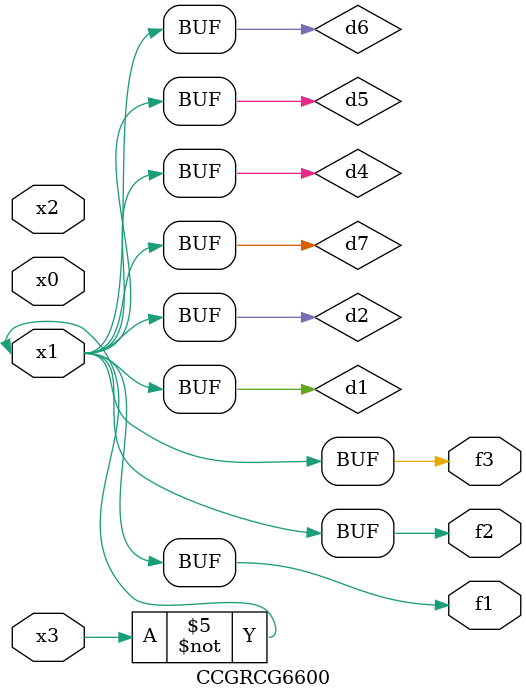
<source format=v>
module CCGRCG6600(
	input x0, x1, x2, x3,
	output f1, f2, f3
);

	wire d1, d2, d3, d4, d5, d6, d7;

	not (d1, x3);
	buf (d2, x1);
	xnor (d3, d1, d2);
	nor (d4, d1);
	buf (d5, d1, d2);
	buf (d6, d4, d5);
	nand (d7, d4);
	assign f1 = d6;
	assign f2 = d7;
	assign f3 = d6;
endmodule

</source>
